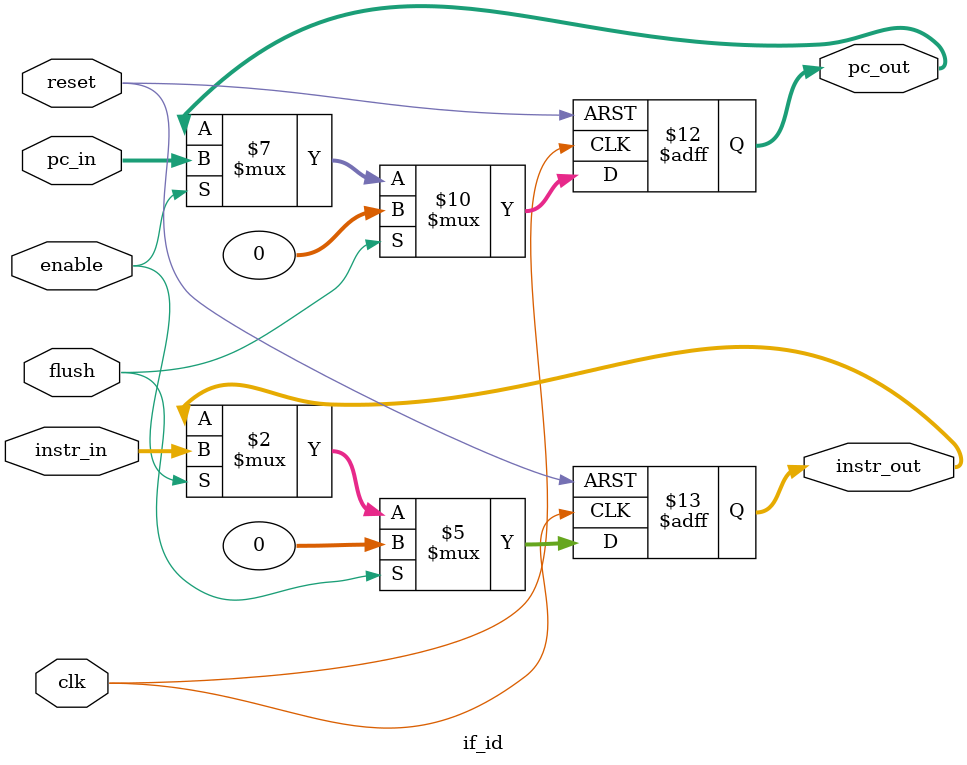
<source format=v>
module if_id (
    input wire clk,
    input wire reset,
    input wire [31:0] pc_in,
    input wire [31:0] instr_in,
    input wire flush,               // for flushing on control hazard
    input wire enable,              // for stalling

    output reg [31:0] pc_out,
    output reg [31:0] instr_out
);

always @(posedge clk or posedge reset) begin
    if (reset) begin
        pc_out <= 32'b0;
        instr_out <= 32'b0;
    end else if (flush) begin
        pc_out <= 32'b0;
        instr_out <= 32'b0;
    end else if (enable) begin
        pc_out <= pc_in;
        instr_out <= instr_in;
    end
end

endmodule

</source>
